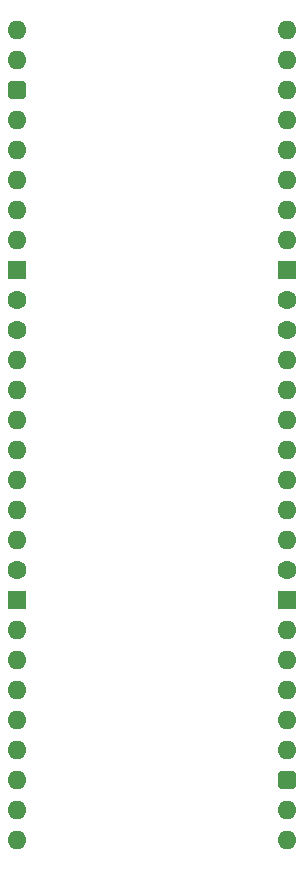
<source format=gbs>
%TF.GenerationSoftware,KiCad,Pcbnew,8.0.3*%
%TF.CreationDate,2024-06-15T20:23:45+02:00*%
%TF.ProjectId,VIA Control,56494120-436f-46e7-9472-6f6c2e6b6963,rev?*%
%TF.SameCoordinates,PX791ddc0PY4fefde0*%
%TF.FileFunction,Soldermask,Bot*%
%TF.FilePolarity,Negative*%
%FSLAX46Y46*%
G04 Gerber Fmt 4.6, Leading zero omitted, Abs format (unit mm)*
G04 Created by KiCad (PCBNEW 8.0.3) date 2024-06-15 20:23:45*
%MOMM*%
%LPD*%
G01*
G04 APERTURE LIST*
G04 Aperture macros list*
%AMRoundRect*
0 Rectangle with rounded corners*
0 $1 Rounding radius*
0 $2 $3 $4 $5 $6 $7 $8 $9 X,Y pos of 4 corners*
0 Add a 4 corners polygon primitive as box body*
4,1,4,$2,$3,$4,$5,$6,$7,$8,$9,$2,$3,0*
0 Add four circle primitives for the rounded corners*
1,1,$1+$1,$2,$3*
1,1,$1+$1,$4,$5*
1,1,$1+$1,$6,$7*
1,1,$1+$1,$8,$9*
0 Add four rect primitives between the rounded corners*
20,1,$1+$1,$2,$3,$4,$5,0*
20,1,$1+$1,$4,$5,$6,$7,0*
20,1,$1+$1,$6,$7,$8,$9,0*
20,1,$1+$1,$8,$9,$2,$3,0*%
G04 Aperture macros list end*
%ADD10O,1.600000X1.600000*%
%ADD11RoundRect,0.400000X-0.400000X-0.400000X0.400000X-0.400000X0.400000X0.400000X-0.400000X0.400000X0*%
%ADD12R,1.600000X1.600000*%
%ADD13C,1.600000*%
G04 APERTURE END LIST*
D10*
%TO.C,J3*%
X0Y0D03*
X0Y-2540000D03*
D11*
X0Y-5080000D03*
D10*
X0Y-7620000D03*
X0Y-10160000D03*
X0Y-12700000D03*
X0Y-15240000D03*
X0Y-17780000D03*
D12*
X0Y-20320000D03*
D13*
X0Y-22860000D03*
X0Y-25400000D03*
D10*
X0Y-27940000D03*
X0Y-30480000D03*
X0Y-33020000D03*
X0Y-35560000D03*
X0Y-38100000D03*
X0Y-40640000D03*
X0Y-43180000D03*
D13*
X0Y-45720000D03*
D12*
X0Y-48260000D03*
D10*
X0Y-50800000D03*
X0Y-53340000D03*
X0Y-55880000D03*
X0Y-58420000D03*
X0Y-60960000D03*
X0Y-63500000D03*
X0Y-66040000D03*
X0Y-68580000D03*
X22860000Y-68580000D03*
X22860000Y-66040000D03*
D11*
X22860000Y-63500000D03*
D10*
X22860000Y-60960000D03*
X22860000Y-58420000D03*
X22860000Y-55880000D03*
X22860000Y-53340000D03*
X22860000Y-50800000D03*
D12*
X22860000Y-48260000D03*
D13*
X22860000Y-45720000D03*
D10*
X22860000Y-43180000D03*
X22860000Y-40640000D03*
X22860000Y-38100000D03*
X22860000Y-35560000D03*
X22860000Y-33020000D03*
X22860000Y-30480000D03*
X22860000Y-27940000D03*
D13*
X22860000Y-25400000D03*
X22860000Y-22860000D03*
D12*
X22860000Y-20320000D03*
D10*
X22860000Y-17780000D03*
X22860000Y-15240000D03*
X22860000Y-12700000D03*
X22860000Y-10160000D03*
X22860000Y-7620000D03*
X22860000Y-5080000D03*
X22860000Y-2540000D03*
X22860000Y0D03*
%TD*%
M02*

</source>
